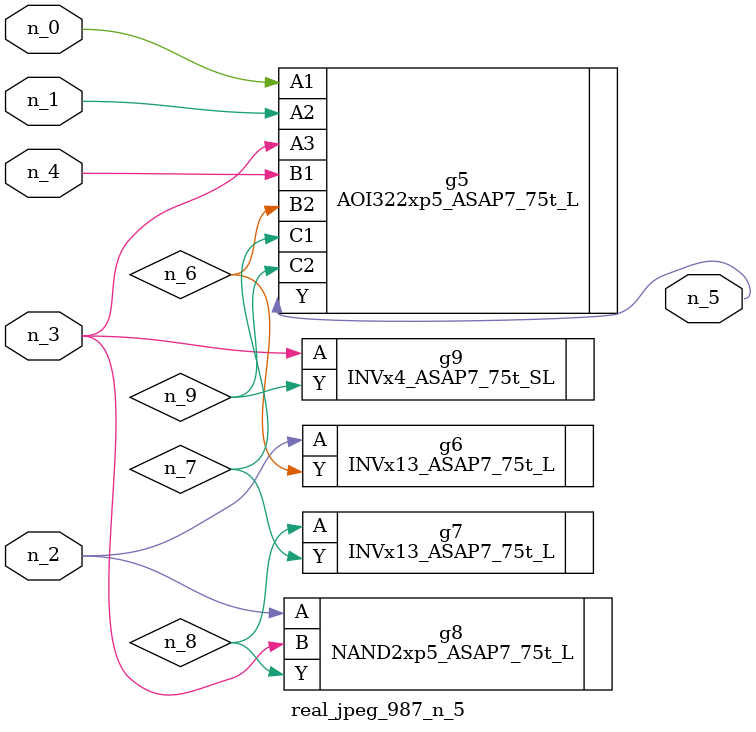
<source format=v>
module real_jpeg_987_n_5 (n_4, n_0, n_1, n_2, n_3, n_5);

input n_4;
input n_0;
input n_1;
input n_2;
input n_3;

output n_5;

wire n_8;
wire n_6;
wire n_7;
wire n_9;

AOI322xp5_ASAP7_75t_L g5 ( 
.A1(n_0),
.A2(n_1),
.A3(n_3),
.B1(n_4),
.B2(n_6),
.C1(n_7),
.C2(n_9),
.Y(n_5)
);

INVx13_ASAP7_75t_L g6 ( 
.A(n_2),
.Y(n_6)
);

NAND2xp5_ASAP7_75t_L g8 ( 
.A(n_2),
.B(n_3),
.Y(n_8)
);

INVx4_ASAP7_75t_SL g9 ( 
.A(n_3),
.Y(n_9)
);

INVx13_ASAP7_75t_L g7 ( 
.A(n_8),
.Y(n_7)
);


endmodule
</source>
